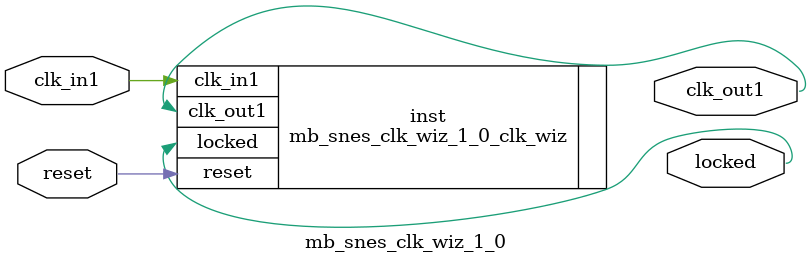
<source format=v>


`timescale 1ps/1ps

(* CORE_GENERATION_INFO = "mb_snes_clk_wiz_1_0,clk_wiz_v6_0_11_0_0,{component_name=mb_snes_clk_wiz_1_0,use_phase_alignment=true,use_min_o_jitter=false,use_max_i_jitter=false,use_dyn_phase_shift=false,use_inclk_switchover=false,use_dyn_reconfig=false,enable_axi=0,feedback_source=FDBK_AUTO,PRIMITIVE=MMCM,num_out_clk=1,clkin1_period=10.000,clkin2_period=10.000,use_power_down=false,use_reset=true,use_locked=true,use_inclk_stopped=false,feedback_type=SINGLE,CLOCK_MGR_TYPE=NA,manual_override=false}" *)

module mb_snes_clk_wiz_1_0 
 (
  // Clock out ports
  output        clk_out1,
  // Status and control signals
  input         reset,
  output        locked,
 // Clock in ports
  input         clk_in1
 );

  mb_snes_clk_wiz_1_0_clk_wiz inst
  (
  // Clock out ports  
  .clk_out1(clk_out1),
  // Status and control signals               
  .reset(reset), 
  .locked(locked),
 // Clock in ports
  .clk_in1(clk_in1)
  );

endmodule

</source>
